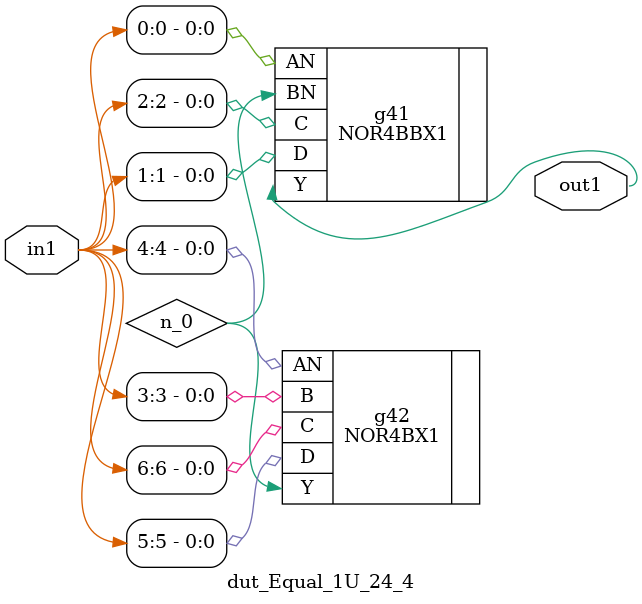
<source format=v>
`timescale 1ps / 1ps


module dut_Equal_1U_24_4(in1, out1);
  input [6:0] in1;
  output out1;
  wire [6:0] in1;
  wire out1;
  wire n_0;
  NOR4BBX1 g41(.AN (in1[0]), .BN (n_0), .C (in1[2]), .D (in1[1]), .Y
       (out1));
  NOR4BX1 g42(.AN (in1[4]), .B (in1[3]), .C (in1[6]), .D (in1[5]), .Y
       (n_0));
endmodule



</source>
